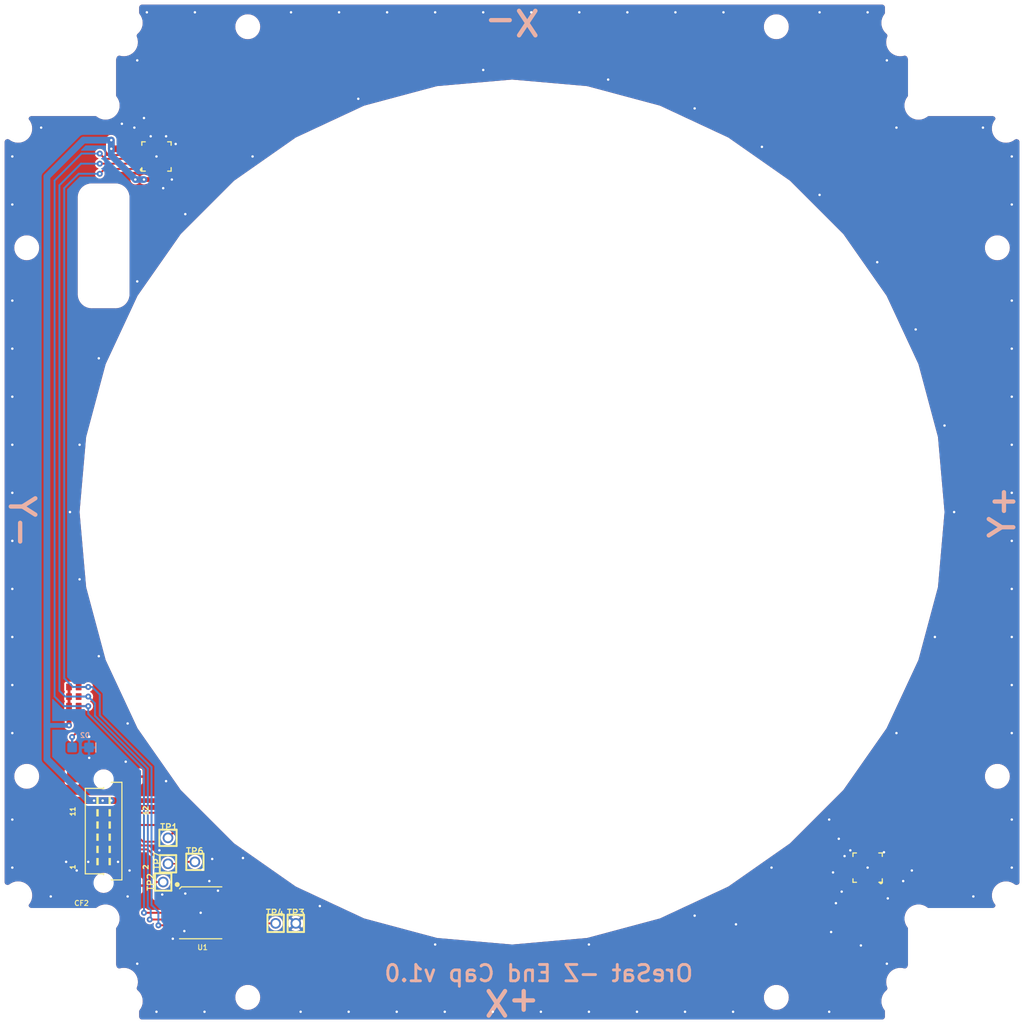
<source format=kicad_pcb>
(kicad_pcb (version 20211014) (generator pcbnew)
  (layers (0 "F.Cu" signal) (31 "B.Cu" signal) (34 "B.Paste" user) (35 "F.Paste" user) (36 "B.SilkS" user "B.Silkscreen") (37 "F.SilkS" user "F.Silkscreen") (38 "B.Mask" user) (39 "F.Mask" user) (44 "Edge.Cuts" user))
  (net 0 "")
  (net 1 "3.3V")
  (net 2 "SDA0")
  (net 3 "SCL0")
  (net 4 "GND")
  (net 5 "N$271")
  (net 6 "~{I2C-RESET}")
  (net 7 "~{INT0}")
  (net 8 "N$2")
  (net 9 "N$5")
  (net 10 "I2C-~{INT}")
  (net 11 "SD1")
  (net 12 "~{INT1}")
  (net 13 "SC1")
  (net 14 "I2C-SDA")
  (net 15 "I2C-SCL")
  (footprint "minusz-end-cap:.0402-B-NOSILK" (layer "F.Cu") (at 121.6011 148.7036)
    (fp_text reference "R3")
    (fp_text value "4.7k")
  )
  (footprint "minusz-end-cap:.0603-B-NOSILK" (layer "F.Cu") (at 111.0011 65.0036 180)
    (fp_text reference "C13")
    (fp_text value "10u")
  )
  (footprint "minusz-end-cap:TSSOP14-0.65-5.4X4.4MM" (layer "F.Cu") (at 116.1011 146.7036 -90)
    (fp_text reference "U1")
    (fp_text value "TCA9543A-PW" hide)
  )
  (footprint "minusz-end-cap:.0603-B-NOSILK" (layer "F.Cu") (at 182.8011 142.6036 -90)
    (fp_text reference "C12")
    (fp_text value "10u")
  )
  (footprint "" (layer "F.Cu") (at 176.0011 155.5036)
    (fp_text reference "@HOLE7" hide)
    (fp_text value "")
  )
  (footprint "" (layer "F.Cu") (at 98.0011 77.5036)
    (fp_text reference "@HOLE2" hide)
    (fp_text value "")
  )
  (footprint "minusz-end-cap:.0402-B-NOSILK" (layer "F.Cu") (at 118.4011 143.4036 180)
    (fp_text reference "C3")
    (fp_text value "100n")
  )
  (footprint "minusz-end-cap:.0603-B-NOSILK" (layer "F.Cu") (at 107.9011 66.4036 90)
    (fp_text reference "C15")
    (fp_text value "4.7u")
  )
  (footprint "minusz-end-cap:.0402-B-NOSILK" (layer "F.Cu") (at 102.9011 123.2036 180)
    (fp_text reference "R4")
    (fp_text value "4.7k")
  )
  (footprint "minusz-end-cap:.0402-B-NOSILK" (layer "F.Cu") (at 121.6011 146.7036)
    (fp_text reference "R7")
    (fp_text value "4.7k")
  )
  (footprint "minusz-end-cap:QLGA-16(3X3)" (layer "F.Cu") (at 111.5011 68.0036 90)
    (fp_text reference "U4")
    (fp_text value "HMC5883L")
  )
  (footprint "minusz-end-cap:HARWIN-M55-70X1242R" (layer "F.Cu") (at 106.0011 138.2036 -90)
    (fp_text reference "CF2")
    (fp_text value "J-HARWIN-M55-70X1242R" hide)
  )
  (footprint "minusz-end-cap:.0402-B-NOSILK" (layer "F.Cu") (at 109.1011 66.7036 90)
    (fp_text reference "C10")
    (fp_text value "100n")
  )
  (footprint "minusz-end-cap:.0402-B-NOSILK" (layer "F.Cu") (at 102.9011 125.2036 180)
    (fp_text reference "R1")
    (fp_text value "4.7k")
  )
  (footprint "minusz-end-cap:QLGA-16(3X3)" (layer "F.Cu") (at 185.5011 142.0036 180)
    (fp_text reference "U3")
    (fp_text value "HMC5883L")
  )
  (footprint "" (layer "F.Cu") (at 176.0011 54.5036)
    (fp_text reference "@HOLE4" hide)
    (fp_text value "")
  )
  (footprint "minusz-end-cap:.0402-B-NOSILK" (layer "F.Cu") (at 102.9011 126.2036 180)
    (fp_text reference "R2")
    (fp_text value "2.7k")
  )
  (footprint "minusz-end-cap:.0402-B-NOSILK" (layer "F.Cu") (at 111.7011 70.4036)
    (fp_text reference "C1")
    (fp_text value "100n")
  )
  (footprint "" (layer "F.Cu") (at 121.0011 54.5036)
    (fp_text reference "@HOLE3" hide)
    (fp_text value "")
  )
  (footprint "minusz-end-cap:2MM-TEST-POINT" (layer "F.Cu") (at 126.0011 147.8036)
    (fp_text reference "TP3")
    (fp_text value "TEST-POINT" hide)
  )
  (footprint "minusz-end-cap:.0402-B-NOSILK" (layer "F.Cu") (at 188.7011 142.2536)
    (fp_text reference "C2")
    (fp_text value "100n")
  )
  (footprint "" (layer "F.Cu") (at 199.0011 132.5036)
    (fp_text reference "@HOLE6" hide)
    (fp_text value "")
  )
  (footprint "" (layer "F.Cu") (at 121.0011 155.5036)
    (fp_text reference "@HOLE0" hide)
    (fp_text value "")
  )
  (footprint "minusz-end-cap:.0402-B-NOSILK" (layer "F.Cu") (at 102.9011 124.2036 180)
    (fp_text reference "R5")
    (fp_text value "4.7k")
  )
  (footprint "minusz-end-cap:.0603-B-NOSILK" (layer "F.Cu") (at 118.1011 142.2036 180)
    (fp_text reference "C4")
    (fp_text value "10u")
  )
  (footprint "minusz-end-cap:2MM-TEST-POINT" (layer "F.Cu") (at 112.7011 138.9036 -90)
    (fp_text reference "TP1")
    (fp_text value "TEST-POINT" hide)
  )
  (footprint "minusz-end-cap:.0402-B-NOSILK" (layer "F.Cu") (at 184.3011 144.5036 180)
    (fp_text reference "C7")
    (fp_text value "100n")
  )
  (footprint "minusz-end-cap:.0402-B-NOSILK" (layer "F.Cu") (at 121.6011 147.7036)
    (fp_text reference "R6")
    (fp_text value "4.7k")
  )
  (footprint "minusz-end-cap:2MM-TEST-POINT" (layer "F.Cu") (at 115.5011 141.4036 -90)
    (fp_text reference "TP6")
    (fp_text value "TEST-POINT" hide)
  )
  (footprint "minusz-end-cap:2MM-TEST-POINT" (layer "F.Cu") (at 112.2011 143.5036)
    (fp_text reference "TP2")
    (fp_text value "TEST-POINT" hide)
  )
  (footprint "minusz-end-cap:2MM-TEST-POINT" (layer "F.Cu") (at 112.7011 141.6036)
    (fp_text reference "TP7")
    (fp_text value "TEST-POINT" hide)
  )
  (footprint "" (layer "F.Cu") (at 199.0011 77.5036)
    (fp_text reference "@HOLE5" hide)
    (fp_text value "")
  )
  (footprint "" (layer "F.Cu") (at 98.0011 132.5036)
    (fp_text reference "@HOLE1" hide)
    (fp_text value "")
  )
  (footprint "minusz-end-cap:.0603-B-NOSILK" (layer "F.Cu") (at 184.0011 145.7036 180)
    (fp_text reference "C19")
    (fp_text value "4.7u")
  )
  (footprint "minusz-end-cap:2MM-TEST-POINT" (layer "F.Cu") (at 123.9011 147.8036)
    (fp_text reference "TP4")
    (fp_text value "TEST-POINT" hide)
  )
  (footprint "minusz-end-cap:LED-0603" (layer "B.Cu") (at 103.6011 129.5036)
    (fp_text reference "D2")
    (fp_text value "GREEN")
  )
  (gr_arc (start 189.8011 148.083602) (mid 189.902281 146.407383) (end 191.578018 146.298519) (layer "Edge.Cuts") (width 0.001))
  (gr_arc (start 98.501099 146.4036) (mid 98.162644 146.271632) (end 98.00285 145.945391) (layer "Edge.Cuts") (width 0.001))
  (gr_arc (start 98.106179 64.326682) (mid 98.001099 66.0036) (end 96.324181 66.108682) (layer "Edge.Cuts") (width 0.001))
  (gr_arc (start 110.0011 158.0036) (mid 109.647547 157.857153) (end 109.5011 157.5036) (layer "Edge.Cuts") (width 0.001))
  (gr_line (start 96.0011 144.0036) (end 96.017518 144.0036) (layer "Edge.Cuts") (width 0.001))
  (gr_arc (start 198.999349 145.945391) (mid 198.839555 146.271632) (end 198.5011 146.4036) (layer "Edge.Cuts") (width 0.001))
  (gr_line (start 109.5011 53.020019) (end 109.5011 52.5036) (layer "Edge.Cuts") (width 0.001))
  (gr_arc (start 109.425288 154.93371) (mid 109.263929 154.67391) (end 109.28405 154.368741) (layer "Edge.Cuts") (width 0.001))
  (gr_arc (start 105.421098 146.303603) (mid 107.097316 146.404783) (end 107.206181 148.080519) (layer "Edge.Cuts") (width 0.001))
  (gr_arc (start 105.117518 63.6036) (mid 105.279602 63.630599) (end 105.424181 63.708682) (layer "Edge.Cuts") (width 0.001))
  (gr_arc (start 109.6011 53.3236) (mid 109.862324 54.234726) (end 109.4211 55.0736) (layer "Edge.Cuts") (width 0.001))
  (gr_arc (start 187.501099 53.020019) (mid 187.474101 53.182103) (end 187.396018 53.326682) (layer "Edge.Cuts") (width 0.001))
  (gr_line (start 103.5011 82.3336) (end 103.5011 72.2736) (layer "Edge.Cuts") (width 0.001))
  (gr_arc (start 96.3311 143.8936) (mid 96.183471 143.974718) (end 96.017518 144.0036) (layer "Edge.Cuts") (width 0.001))
  (gr_arc (start 107.20618 61.926682) (mid 107.128098 61.782103) (end 107.1011 61.620019) (layer "Edge.Cuts") (width 0.001))
  (gr_arc (start 109.501099 156.987182) (mid 109.528098 156.825098) (end 109.606181 156.680519) (layer "Edge.Cuts") (width 0.001))
  (gr_arc (start 191.581099 63.713599) (mid 191.723728 63.633314) (end 191.884681 63.6036) (layer "Edge.Cuts") (width 0.001))
  (gr_arc (start 187.4011 156.6836) (mid 187.476386 156.827062) (end 187.5011 156.987182) (layer "Edge.Cuts") (width 0.001))
  (gr_line (start 187.5011 53.020019) (end 187.5011 52.5036) (layer "Edge.Cuts") (width 0.001))
  (gr_arc (start 187.7211 154.3736) (mid 187.952582 153.05821) (end 189.232368 152.676132) (layer "Edge.Cuts") (width 0.001))
  (gr_arc (start 108.5011 82.3336) (mid 108.129126 83.231626) (end 107.2311 83.6036) (layer "Edge.Cuts") (width 0.001))
  (gr_arc (start 107.206179 61.926682) (mid 107.101099 63.6036) (end 105.424181 63.708682) (layer "Edge.Cuts") (width 0.001))
  (gr_line (start 201.0011 66.0036) (end 200.984681 66.0036) (layer "Edge.Cuts") (width 0.001))
  (gr_arc (start 107.2311 71.0036) (mid 108.129126 71.375574) (end 108.5011 72.2736) (layer "Edge.Cuts") (width 0.001))
  (gr_line (start 95.5011 66.5036) (end 95.5011 143.5036) (layer "Edge.Cuts") (width 0.001))
  (gr_arc (start 105.421099 146.3036) (mid 105.277637 146.378885) (end 105.117518 146.4036) (layer "Edge.Cuts") (width 0.001))
  (gr_arc (start 189.8011 148.0836) (mid 189.876386 148.227062) (end 189.9011 148.387182) (layer "Edge.Cuts") (width 0.001))
  (gr_line (start 108.5011 72.2736) (end 108.5011 82.3336) (layer "Edge.Cuts") (width 0.001))
  (gr_line (start 201.5011 143.5036) (end 201.5011 66.5036) (layer "Edge.Cuts") (width 0.001))
  (gr_arc (start 189.9011 152.0036) (mid 189.880168 152.202511) (end 189.8211 152.3936) (layer "Edge.Cuts") (width 0.001))
  (gr_line (start 201.0011 144.0036) (end 200.984681 144.0036) (layer "Edge.Cuts") (width 0.001))
  (gr_arc (start 107.181098 57.6236) (mid 107.420142 57.365995) (end 107.769831 57.331069) (layer "Edge.Cuts") (width 0.001))
  (gr_line (start 198.5011 63.6036) (end 191.884681 63.6036) (layer "Edge.Cuts") (width 0.001))
  (gr_arc (start 191.581099 63.7136) (mid 189.900471 63.607419) (end 189.796018 61.926682) (layer "Edge.Cuts") (width 0.001))
  (gr_arc (start 109.601099 53.3236) (mid 109.525814 53.180138) (end 109.5011 53.020019) (layer "Edge.Cuts") (width 0.001))
  (gr_line (start 189.9011 148.387182) (end 189.9011 152.0036) (layer "Edge.Cuts") (width 0.001))
  (gr_arc (start 189.231098 57.3336) (mid 189.580943 57.36702) (end 189.8211 57.6236) (layer "Edge.Cuts") (width 0.001))
  (gr_arc (start 103.5011 72.2736) (mid 103.873074 71.375574) (end 104.7711 71.0036) (layer "Edge.Cuts") (width 0.001))
  (gr_arc (start 201.0011 66.0036) (mid 201.354653 66.150047) (end 201.5011 66.5036) (layer "Edge.Cuts") (width 0.001))
  (gr_arc (start 109.281099 55.6336) (mid 109.261157 55.331114) (end 109.4211 55.0736) (layer "Edge.Cuts") (width 0.001))
  (gr_circle (center 148.5011 105.0036) (end 191.0011 105.0036) (layer "Edge.Cuts") (width 0.001) (fill none))
  (gr_arc (start 98.002849 145.945391) (mid 98.035291 145.805455) (end 98.106181 145.680519) (layer "Edge.Cuts") (width 0.001))
  (gr_arc (start 96.017518 66.0036) (mid 96.179602 66.030599) (end 96.324181 66.108682) (layer "Edge.Cuts") (width 0.001))
  (gr_line (start 189.9011 61.620019) (end 189.9011 58.0036) (layer "Edge.Cuts") (width 0.001))
  (gr_line (start 98.5011 146.4036) (end 105.117518 146.4036) (layer "Edge.Cuts") (width 0.001))
  (gr_arc (start 198.501099 63.6036) (mid 198.839555 63.735568) (end 198.99935 64.06181) (layer "Edge.Cuts") (width 0.001))
  (gr_arc (start 200.671099 66.1136) (mid 198.995471 66.003008) (end 198.896018 64.326682) (layer "Edge.Cuts") (width 0.001))
  (gr_arc (start 187.401099 156.683599) (mid 187.137803 155.77337) (end 187.576909 154.93371) (layer "Edge.Cuts") (width 0.001))
  (gr_line (start 198.5011 146.4036) (end 191.884681 146.4036) (layer "Edge.Cuts") (width 0.001))
  (gr_arc (start 191.88468 146.4036) (mid 191.722597 146.376602) (end 191.578018 146.298519) (layer "Edge.Cuts") (width 0.001))
  (gr_arc (start 109.5011 52.5036) (mid 109.647547 52.150047) (end 110.0011 52.0036) (layer "Edge.Cuts") (width 0.001))
  (gr_arc (start 198.999349 64.06181) (mid 198.966907 64.201745) (end 198.896018 64.326682) (layer "Edge.Cuts") (width 0.001))
  (gr_line (start 109.5011 156.987182) (end 109.5011 157.5036) (layer "Edge.Cuts") (width 0.001))
  (gr_line (start 107.2311 83.6036) (end 104.7711 83.6036) (layer "Edge.Cuts") (width 0.001))
  (gr_arc (start 189.8211 57.6236) (mid 189.879679 57.809689) (end 189.9011 58.0036) (layer "Edge.Cuts") (width 0.001))
  (gr_line (start 107.1011 61.620019) (end 107.1011 58.0036) (layer "Edge.Cuts") (width 0.001))
  (gr_line (start 110.0011 158.0036) (end 187.0011 158.0036) (layer "Edge.Cuts") (width 0.001))
  (gr_arc (start 98.002849 64.06181) (mid 98.162644 63.735568) (end 98.5011 63.6036) (layer "Edge.Cuts") (width 0.001))
  (gr_arc (start 189.821099 152.393599) (mid 189.580165 152.646204) (end 189.232368 152.676132) (layer "Edge.Cuts") (width 0.001))
  (gr_line (start 107.1011 148.387182) (end 107.1011 152.0036) (layer "Edge.Cuts") (width 0.001))
  (gr_arc (start 107.1011 58.0036) (mid 107.122521 57.809689) (end 107.1811 57.6236) (layer "Edge.Cuts") (width 0.001))
  (gr_arc (start 201.5011 143.5036) (mid 201.354653 143.857153) (end 201.0011 144.0036) (layer "Edge.Cuts") (width 0.001))
  (gr_arc (start 107.1811 152.3936) (mid 107.122032 152.202511) (end 107.1011 152.0036) (layer "Edge.Cuts") (width 0.001))
  (gr_arc (start 187.576907 55.073491) (mid 187.135879 54.236391) (end 187.396018 53.326682) (layer "Edge.Cuts") (width 0.001))
  (gr_arc (start 98.106181 64.326682) (mid 98.035292 64.201745) (end 98.00285 64.06181) (layer "Edge.Cuts") (width 0.001))
  (gr_arc (start 96.331098 143.893601) (mid 98.006727 144.004192) (end 98.106181 145.680519) (layer "Edge.Cuts") (width 0.001))
  (gr_line (start 104.7711 71.0036) (end 107.2311 71.0036) (layer "Edge.Cuts") (width 0.001))
  (gr_line (start 187.0011 52.0036) (end 110.0011 52.0036) (layer "Edge.Cuts") (width 0.001))
  (gr_arc (start 187.5011 157.5036) (mid 187.354653 157.857153) (end 187.0011 158.0036) (layer "Edge.Cuts") (width 0.001))
  (gr_arc (start 198.896017 145.68052) (mid 199.001099 144.003601) (end 200.678018 143.898519) (layer "Edge.Cuts") (width 0.001))
  (gr_arc (start 107.771099 152.673599) (mid 107.423147 152.645178) (end 107.1811 152.3936) (layer "Edge.Cuts") (width 0.001))
  (gr_arc (start 95.5011 66.5036) (mid 95.647547 66.150047) (end 96.0011 66.0036) (layer "Edge.Cuts") (width 0.001))
  (gr_arc (start 107.771098 152.673602) (mid 109.051007 153.053995) (end 109.28405 154.368741) (layer "Edge.Cuts") (width 0.001))
  (gr_arc (start 189.901099 61.620019) (mid 189.874101 61.782103) (end 189.796018 61.926682) (layer "Edge.Cuts") (width 0.001))
  (gr_line (start 96.0011 66.0036) (end 96.017518 66.0036) (layer "Edge.Cuts") (width 0.001))
  (gr_line (start 187.5011 156.987182) (end 187.5011 157.5036) (layer "Edge.Cuts") (width 0.001))
  (gr_arc (start 187.721099 154.373599) (mid 187.738965 154.676813) (end 187.576909 154.93371) (layer "Edge.Cuts") (width 0.001))
  (gr_arc (start 198.896017 145.680519) (mid 198.966906 145.805456) (end 198.99935 145.945391) (layer "Edge.Cuts") (width 0.001))
  (gr_arc (start 109.281098 55.6336) (mid 109.049617 56.948991) (end 107.769831 57.331069) (layer "Edge.Cuts") (width 0.001))
  (gr_arc (start 200.671099 66.113599) (mid 200.818728 66.032481) (end 200.984681 66.0036) (layer "Edge.Cuts") (width 0.001))
  (gr_arc (start 109.425289 154.93371) (mid 109.866318 155.77081) (end 109.606181 156.680519) (layer "Edge.Cuts") (width 0.001))
  (gr_arc (start 189.2311 57.3336) (mid 187.951192 56.953206) (end 187.71815 55.63846) (layer "Edge.Cuts") (width 0.001))
  (gr_arc (start 200.98468 144.0036) (mid 200.822597 143.976602) (end 200.678018 143.898519) (layer "Edge.Cuts") (width 0.001))
  (gr_arc (start 104.7711 83.6036) (mid 103.873074 83.231626) (end 103.5011 82.3336) (layer "Edge.Cuts") (width 0.001))
  (gr_line (start 98.5011 63.6036) (end 105.117518 63.6036) (layer "Edge.Cuts") (width 0.001))
  (gr_arc (start 187.0011 52.0036) (mid 187.354653 52.150047) (end 187.5011 52.5036) (layer "Edge.Cuts") (width 0.001))
  (gr_arc (start 107.101099 148.387182) (mid 107.128098 148.225098) (end 107.206181 148.080519) (layer "Edge.Cuts") (width 0.001))
  (gr_arc (start 96.0011 144.0036) (mid 95.647547 143.857153) (end 95.5011 143.5036) (layer "Edge.Cuts") (width 0.001))
  (gr_arc (start 187.576907 55.073491) (mid 187.738269 55.33329) (end 187.71815 55.63846) (layer "Edge.Cuts") (width 0.001))
  (gr_text "OreSat -Z End Cap v1.0" (at 167.5011 154.0036) (layer "B.SilkS") (effects (font (size 1.7 1.7) (thickness 0.3)) (justify left bottom mirror)))
  (gr_text "-X" (at 148.5011 54.0036 -180) (layer "B.SilkS") (effects (font (size 2.55 2.55) (thickness 0.45)) (justify mirror)))
  (gr_text "+Y" (at 199.5011 105.0036 -270) (layer "B.SilkS") (effects (font (size 2.55 2.55) (thickness 0.45)) (justify mirror)))
  (gr_text "+X" (at 148.5011 156.0036 180) (layer "B.SilkS") (effects (font (size 2.55 2.55) (thickness 0.45))))
  (gr_text "-Y" (at 97.5011 106.0036 -90) (layer "B.SilkS") (effects (font (size 2.55 2.55) (thickness 0.45)) (justify mirror)))
  (segment (start 188.2011 142.2536) (end 188.2011 140.3036) (width 0.5) (layer "F.Cu") (net 1))
  (segment (start 176.5011 151.0036) (end 180.2011 147.3036) (width 0.5) (layer "F.Cu") (net 1))
  (segment (start 184.7511 143.2786) (end 184.7511 144.4536) (width 0.3) (layer "F.Cu") (net 1))
  (segment (start 102.4011 126.2036) (end 102.4011 125.2036) (width 0.3) (layer "F.Cu") (net 1))
  (segment (start 106.8011 66.3036) (end 106.8011 67.2036) (width 0.7) (layer "F.Cu") (net 1))
  (segment (start 188.2011 140.3036) (end 187.3011 139.4036) (width 0.5) (layer "F.Cu") (net 1))
  (segment (start 110.2261 67.2536) (end 109.1511 67.2536) (width 0.3) (layer "F.Cu") (net 1))
  (segment (start 186.7761 142.2536) (end 188.2011 142.2536) (width 0.3) (layer "F.Cu") (net 1))
  (segment (start 184.8011 145.7036) (end 184.8011 146.4036) (width 0.5) (layer "F.Cu") (net 1))
  (segment (start 122.2011 149.5536) (end 122.2011 148.8036) (width 0.5) (layer "F.Cu") (net 1))
  (segment (start 180.2011 142.6036) (end 180.2011 147.3036) (width 0.5) (layer "F.Cu") (net 1))
  (segment (start 180.2011 147.3036) (end 183.9011 147.3036) (width 0.5) (layer "F.Cu") (net 1))
  (segment (start 118.9011 143.4036) (end 118.9011 142.2036) (width 0.5) (layer "F.Cu") (net 1))
  (segment (start 184.8011 146.4036) (end 183.9011 147.3036) (width 0.5) (layer "F.Cu") (net 1))
  (segment (start 111.2011 70.4036) (end 110.2011 70.4036) (width 0.5) (layer "F.Cu") (net 1))
  (segment (start 119.4011 143.4036) (end 118.9011 143.4036) (width 0.5) (layer "F.Cu") (net 1))
  (segment (start 118.9611 144.7536) (end 118.9011 144.6936) (width 0.3) (layer "F.Cu") (net 1))
  (segment (start 102.4011 124.2036) (end 102.4011 123.2036) (width 0.3) (layer "F.Cu") (net 1))
  (segment (start 103.2511 135.0286) (end 105.0011 135.0286) (width 0.7) (layer "F.Cu") (net 1))
  (segment (start 184.8011 144.5036) (end 184.8011 145.7036) (width 0.5) (layer "F.Cu") (net 1))
  (segment (start 118.9011 144.6936) (end 118.9011 143.4036) (width 0.3) (layer "F.Cu") (net 1))
  (segment (start 122.1011 146.1036) (end 119.4011 143.4036) (width 0.5) (layer "F.Cu") (net 1))
  (segment (start 111.2511 70.3536) (end 111.2011 70.4036) (width 0.3) (layer "F.Cu") (net 1))
  (segment (start 108.7511 135.0286) (end 112.3261 135.0286) (width 0.5) (layer "F.Cu") (net 1))
  (segment (start 112.3261 135.0286) (end 118.9011 141.6036) (width 0.5) (layer "F.Cu") (net 1))
  (segment (start 106.8011 67.2036) (end 107.9011 67.2036) (width 0.7) (layer "F.Cu") (net 1))
  (segment (start 102.4011 125.2036) (end 102.4011 124.2036) (width 0.3) (layer "F.Cu") (net 1))
  (segment (start 122.1011 148.7036) (end 122.1011 147.7036) (width 0.5) (layer "F.Cu") (net 1))
  (segment (start 187.3011 139.4036) (end 183.4011 139.4036) (width 0.5) (layer "F.Cu") (net 1))
  (segment (start 183.4011 139.4036) (end 180.2011 142.6036) (width 0.5) (layer "F.Cu") (net 1))
  (segment (start 106.8011 135.0286) (end 108.7511 135.0286) (width 0.7) (layer "F.Cu") (net 1))
  (segment (start 123.9011 147.8036) (end 122.2011 147.8036) (width 0.2) (layer "F.Cu") (net 1))
  (segment (start 105.0511 135.0286) (end 106.8011 135.0286) (width 0.7) (layer "F.Cu") (net 1))
  (segment (start 109.1511 67.2536) (end 109.1011 67.2036) (width 0.3) (layer "F.Cu") (net 1))
  (segment (start 122.1011 146.7036) (end 122.1011 146.1036) (width 0.5) (layer "F.Cu") (net 1))
  (segment (start 123.6511 151.0036) (end 176.5011 151.0036) (width 0.5) (layer "F.Cu") (net 1))
  (segment (start 118.9011 141.6036) (end 118.9011 142.2036) (width 0.5) (layer "F.Cu") (net 1))
  (segment (start 122.1011 147.7036) (end 122.1011 146.7036) (width 0.5) (layer "F.Cu") (net 1))
  (segment (start 107.9011 67.2036) (end 109.1011 67.2036) (width 0.5) (layer "F.Cu") (net 1))
  (segment (start 122.2011 149.5536) (end 123.6511 151.0036) (width 0.5) (layer "F.Cu") (net 1))
  (segment (start 184.7511 144.4536) (end 184.8011 144.5036) (width 0.3) (layer "F.Cu") (net 1))
  (segment (start 122.2011 148.8036) (end 122.1011 148.7036) (width 0.5) (layer "F.Cu") (net 1))
  (segment (start 111.2511 69.2786) (end 111.2511 70.3536) (width 0.3) (layer "F.Cu") (net 1))
  (segment (start 102.4011 127.2036) (end 102.4011 126.2036) (width 0.5) (layer "F.Cu") (net 1))
  (segment (start 122.2011 147.8036) (end 122.1011 147.7036) (width 0.2) (layer "F.Cu") (net 1))
  (via (at 106.8011 135.0286) (size 0.6096) (drill 0.254) (layers "F.Cu" "B.Cu") (net 1))
  (via (at 106.8011 66.3036) (size 0.6096) (drill 0.254) (layers "F.Cu" "B.Cu") (net 1))
  (via (at 102.4011 127.2036) (size 0.6096) (drill 0.254) (layers "F.Cu" "B.Cu") (net 1))
  (via (at 105.0011 135.0286) (size 0.6096) (drill 0.254) (layers "F.Cu" "B.Cu") (net 1))
  (via (at 110.2011 70.4036) (size 0.6096) (drill 0.254) (layers "F.Cu" "B.Cu") (net 1))
  (via (at 109.3011 70.4036) (size 0.6096) (drill 0.254) (layers "F.Cu" "B.Cu") (net 1))
  (via (at 106.8011 67.2036) (size 0.6096) (drill 0.254) (layers "F.Cu" "B.Cu") (net 1))
  (via (at 105.9011 135.0286) (size 0.6096) (drill 0.254) (layers "F.Cu" "B.Cu") (net 1))
  (segment (start 106.8011 135.0286) (end 105.9011 135.0286) (width 0.7) (layer "B.Cu") (net 1))
  (segment (start 103.9011 66.3036) (end 106.8011 66.3036) (width 0.7) (layer "B.Cu") (net 1))
  (segment (start 100.1011 70.1036) (end 103.9011 66.3036) (width 0.7) (layer "B.Cu") (net 1))
  (segment (start 110.2011 70.4036) (end 109.3011 70.4036) (width 0.7) (layer "B.Cu") (net 1))
  (segment (start 105.0011 135.0286) (end 105.9011 135.0286) (width 0.7) (layer "B.Cu") (net 1))
  (segment (start 100.1011 127.2036) (end 100.1011 70.1036) (width 0.7) (layer "B.Cu") (net 1))
  (segment (start 106.8011 67.2036) (end 106.8011 66.3036) (width 0.7) (layer "B.Cu") (net 1))
  (segment (start 104.4261 135.0286) (end 100.1011 130.7036) (width 0.7) (layer "B.Cu") (net 1))
  (segment (start 105.0011 135.0286) (end 104.4261 135.0286) (width 0.7) (layer "B.Cu") (net 1))
  (segment (start 106.8011 67.9036) (end 106.8011 67.2036) (width 0.7) (layer "B.Cu") (net 1))
  (segment (start 100.1011 127.2036) (end 102.4011 127.2036) (width 0.5) (layer "B.Cu") (net 1))
  (segment (start 109.3011 70.4036) (end 106.8011 67.9036) (width 0.7) (layer "B.Cu") (net 1))
  (segment (start 100.1011 127.2036) (end 100.1011 130.7036) (width 0.7) (layer "B.Cu") (net 1))
  (segment (start 105.6011 68.7536) (end 110.2261 68.7536) (width 0.2) (layer "F.Cu") (net 2))
  (segment (start 110.8011 147.4036) (end 112.2011 147.4036) (width 0.2) (layer "F.Cu") (net 2))
  (segment (start 112.2011 147.4036) (end 112.2511 147.3536) (width 0.2) (layer "F.Cu") (net 2))
  (segment (start 104.4011 124.2036) (end 103.4011 124.2036) (width 0.2) (layer "F.Cu") (net 2))
  (segment (start 112.2511 147.3536) (end 113.2411 147.3536) (width 0.2) (layer "F.Cu") (net 2))
  (via (at 110.8011 147.4036) (size 0.6096) (drill 0.254) (layers "F.Cu" "B.Cu") (net 2))
  (via (at 105.6011 68.7536) (size 0.6096) (drill 0.254) (layers "F.Cu" "B.Cu") (net 2))
  (via (at 104.4011 124.2036) (size 0.6096) (drill 0.254) (layers "F.Cu" "B.Cu") (net 2))
  (segment (start 105.1011 124.9036) (end 105.1011 126.2036) (width 0.2) (layer "B.Cu") (net 2))
  (segment (start 105.1011 126.2036) (end 110.6011 131.7036) (width 0.2) (layer "B.Cu") (net 2))
  (segment (start 101.4011 71.0036) (end 101.4011 123.6036) (width 0.2) (layer "B.Cu") (net 2))
  (segment (start 110.6011 131.7036) (end 110.6011 146.1036) (width 0.2) (layer "B.Cu") (net 2))
  (segment (start 104.4011 124.2036) (end 102.0011 124.2036) (width 0.2) (layer "B.Cu") (net 2))
  (segment (start 101.4011 123.6036) (end 102.0011 124.2036) (width 0.2) (layer "B.Cu") (net 2))
  (segment (start 103.6511 68.7536) (end 101.4011 71.0036) (width 0.2) (layer "B.Cu") (net 2))
  (segment (start 104.4011 124.2036) (end 105.1011 124.9036) (width 0.2) (layer "B.Cu") (net 2))
  (segment (start 110.6011 146.1036) (end 110.9011 146.4036) (width 0.2) (layer "B.Cu") (net 2))
  (segment (start 105.6011 68.7536) (end 103.6511 68.7536) (width 0.2) (layer "B.Cu") (net 2))
  (segment (start 110.9011 146.4036) (end 110.9011 147.3036) (width 0.2) (layer "B.Cu") (net 2))
  (segment (start 110.9011 147.3036) (end 110.8011 147.4036) (width 0.2) (layer "B.Cu") (net 2))
  (segment (start 111.7063 148.0036) (end 111.7011 148.0088) (width 0.2) (layer "F.Cu") (net 3))
  (segment (start 113.2411 148.0036) (end 111.7063 148.0036) (width 0.2) (layer "F.Cu") (net 3))
  (segment (start 105.6011 69.8036) (end 106.1011 69.3036) (width 0.2) (layer "F.Cu") (net 3))
  (segment (start 109.5261 69.2786) (end 109.5011 69.3036) (width 0.2) (layer "F.Cu") (net 3))
  (segment (start 104.4011 123.2036) (end 103.4011 123.2036) (width 0.2) (layer "F.Cu") (net 3))
  (segment (start 110.7511 69.2786) (end 109.5261 69.2786) (width 0.2) (layer "F.Cu") (net 3))
  (segment (start 109.5011 69.3036) (end 106.1011 69.3036) (width 0.2) (layer "F.Cu") (net 3))
  (via (at 111.7011 148.0088) (size 0.6096) (drill 0.254) (layers "F.Cu" "B.Cu") (net 3))
  (via (at 104.4011 123.2036) (size 0.6096) (drill 0.254) (layers "F.Cu" "B.Cu") (net 3))
  (via (at 105.6011 69.8036) (size 0.6096) (drill 0.254) (layers "F.Cu" "B.Cu") (net 3))
  (segment (start 103.4011 69.8036) (end 101.9011 71.3036) (width 0.2) (layer "B.Cu") (net 3))
  (segment (start 105.6011 126.163807) (end 110.985371 131.548079) (width 0.2) (layer "B.Cu") (net 3))
  (segment (start 104.4011 123.2036) (end 104.8011 123.2036) (width 0.2) (layer "B.Cu") (net 3))
  (segment (start 110.985371 131.548079) (end 110.985371 145.887872) (width 0.2) (layer "B.Cu") (net 3))
  (segment (start 105.6011 69.8036) (end 103.4011 69.8036) (width 0.2) (layer "B.Cu") (net 3))
  (segment (start 105.6011 124.0036) (end 105.6011 126.163807) (width 0.2) (layer "B.Cu") (net 3))
  (segment (start 104.4011 123.2036) (end 102.8011 123.2036) (width 0.2) (layer "B.Cu") (net 3))
  (segment (start 111.7011 146.6036) (end 111.7011 148.0088) (width 0.2) (layer "B.Cu") (net 3))
  (segment (start 101.9011 122.3036) (end 102.8011 123.2036) (width 0.2) (layer "B.Cu") (net 3))
  (segment (start 104.8011 123.2036) (end 105.6011 124.0036) (width 0.2) (layer "B.Cu") (net 3))
  (segment (start 101.9011 71.3036) (end 101.9011 122.3036) (width 0.2) (layer "B.Cu") (net 3))
  (segment (start 110.985371 145.887872) (end 111.7011 146.6036) (width 0.2) (layer "B.Cu") (net 3))
  (via (at 111.5011 68.0036) (size 0.6096) (drill 0.254) (layers "F.Cu" "B.Cu") (net 4))
  (via (at 200.5011 83.0036) (size 0.6096) (drill 0.254) (layers "F.Cu" "B.Cu") (net 4))
  (via (at 96.5011 93.0036) (size 0.6096) (drill 0.254) (layers "F.Cu" "B.Cu") (net 4))
  (via (at 192.5011 118.0036) (size 0.6096) (drill 0.254) (layers "F.Cu" "B.Cu") (net 4))
  (via (at 114.4011 148.6036) (size 0.6096) (drill 0.254) (layers "F.Cu" "B.Cu") (net 4))
  (via (at 183.1011 140.8036) (size 0.6096) (drill 0.254) (layers "F.Cu" "B.Cu") (net 4))
  (via (at 160.5011 53.0036) (size 0.6096) (drill 0.254) (layers "F.Cu" "B.Cu") (net 4))
  (via (at 181.5011 137.0036) (size 0.6096) (drill 0.254) (layers "F.Cu" "B.Cu") (net 4))
  (via (at 200.5011 108.0036) (size 0.6096) (drill 0.254) (layers "F.Cu" "B.Cu") (net 4))
  (via (at 117.0011 143.4036) (size 0.6096) (drill 0.254) (layers "F.Cu" "B.Cu") (net 4))
  (via (at 113.5011 66.7036) (size 0.6096) (drill 0.254) (layers "F.Cu" "B.Cu") (net 4))
  (via (at 182.5011 139.0036) (size 0.6096) (drill 0.254) (layers "F.Cu" "B.Cu") (net 4))
  (via (at 108.5011 127.0036) (size 0.6096) (drill 0.254) (layers "F.Cu" "B.Cu") (net 4))
  (via (at 188.5011 65.0036) (size 0.6096) (drill 0.254) (layers "F.Cu" "B.Cu") (net 4))
  (via (at 196.5011 145.0036) (size 0.6096) (drill 0.254) (layers "F.Cu" "B.Cu") (net 4))
  (via (at 136.5011 157.0036) (size 0.6096) (drill 0.254) (layers "F.Cu" "B.Cu") (net 4))
  (via (at 96.5011 83.0036) (size 0.6096) (drill 0.254) (layers "F.Cu" "B.Cu") (net 4))
  (via (at 184.8011 150.1036) (size 0.6096) (drill 0.254) (layers "F.Cu" "B.Cu") (net 4))
  (via (at 180.5011 53.0036) (size 0.6096) (drill 0.254) (layers "F.Cu" "B.Cu") (net 4))
  (via (at 150.5011 53.0036) (size 0.6096) (drill 0.254) (layers "F.Cu" "B.Cu") (net 4))
  (via (at 174.5011 67.0036) (size 0.6096) (drill 0.254) (layers "F.Cu" "B.Cu") (net 4))
  (via (at 185.5011 53.0036) (size 0.6096) (drill 0.254) (layers "F.Cu" "B.Cu") (net 4))
  (via (at 96.5011 88.0036) (size 0.6096) (drill 0.254) (layers "F.Cu" "B.Cu") (net 4))
  (via (at 109.5011 81.0036) (size 0.6096) (drill 0.254) (layers "F.Cu" "B.Cu") (net 4))
  (via (at 200.5011 88.0036) (size 0.6096) (drill 0.254) (layers "F.Cu" "B.Cu") (net 4))
  (via (at 104.5011 130.5836) (size 0.6096) (drill 0.254) (layers "F.Cu" "B.Cu") (net 4))
  (via (at 107.5011 141.4036) (size 0.6096) (drill 0.254) (layers "F.Cu" "B.Cu") (net 4))
  (via (at 128.5011 146.0036) (size 0.6096) (drill 0.254) (layers "F.Cu" "B.Cu") (net 4))
  (via (at 109.5011 152.0036) (size 0.6096) (drill 0.254) (layers "F.Cu" "B.Cu") (net 4))
  (via (at 200.5011 118.0036) (size 0.6096) (drill 0.254) (layers "F.Cu" "B.Cu") (net 4))
  (via (at 96.5011 108.0036) (size 0.6096) (drill 0.254) (layers "F.Cu" "B.Cu") (net 4))
  (via (at 132.5011 62.0036) (size 0.6096) (drill 0.254) (layers "F.Cu" "B.Cu") (net 4))
  (via (at 103.5011 98.0036) (size 0.6096) (drill 0.254) (layers "F.Cu" "B.Cu") (net 4))
  (via (at 200.5011 137.0036) (size 0.6096) (drill 0.254) (layers "F.Cu" "B.Cu") (net 4))
  (via (at 187.6011 145.2036) (size 0.6096) (drill 0.254) (layers "F.Cu" "B.Cu") (net 4))
  (via (at 175.5011 142.0036) (size 0.6096) (drill 0.254) (layers "F.Cu" "B.Cu") (net 4))
  (via (at 113.1011 70.4036) (size 0.6096) (drill 0.254) (layers "F.Cu" "B.Cu") (net 4))
  (via (at 171.8011 147.9036) (size 0.6096) (drill 0.254) (layers "F.Cu" "B.Cu") (net 4))
  (via (at 187.5011 152.0036) (size 0.6096) (drill 0.254) (layers "F.Cu" "B.Cu") (net 4))
  (via (at 187.2011 140.4036) (size 0.6096) (drill 0.254) (layers "F.Cu" "B.Cu") (net 4))
  (via (at 112.5011 65.9036) (size 0.6096) (drill 0.254) (layers "F.Cu" "B.Cu") (net 4))
  (via (at 102.1011 141.4036) (size 0.6096) (drill 0.254) (layers "F.Cu" "B.Cu") (net 4))
  (via (at 193.5011 96.0036) (size 0.6096) (drill 0.254) (layers "F.Cu" "B.Cu") (net 4))
  (via (at 145.5011 59.0036) (size 0.6096) (drill 0.254) (layers "F.Cu" "B.Cu") (net 4))
  (via (at 103.2011 142.3036) (size 0.6096) (drill 0.254) (layers "F.Cu" "B.Cu") (net 4))
  (via (at 180.5011 72.0036) (size 0.6096) (drill 0.254) (layers "F.Cu" "B.Cu") (net 4))
  (via (at 104.5011 128.3836) (size 0.6096) (drill 0.254) (layers "F.Cu" "B.Cu") (net 4))
  (via (at 114.5011 74.0036) (size 0.6096) (drill 0.254) (layers "F.Cu" "B.Cu") (net 4))
  (via (at 125.5011 53.0036) (size 0.6096) (drill 0.254) (layers "F.Cu" "B.Cu") (net 4))
  (via (at 117.9011 144.4036) (size 0.6096) (drill 0.254) (layers "F.Cu" "B.Cu") (net 4))
  (via (at 151.5011 157.0036) (size 0.6096) (drill 0.254) (layers "F.Cu" "B.Cu") (net 4))
  (via (at 183.7011 140.2036) (size 0.6096) (drill 0.254) (layers "F.Cu" "B.Cu") (net 4))
  (via (at 112.1011 144.8036) (size 0.6096) (drill 0.254) (layers "F.Cu" "B.Cu") (net 4))
  (via (at 181.7011 148.7036) (size 0.6096) (drill 0.254) (layers "F.Cu" "B.Cu") (net 4))
  (via (at 126.5011 157.0036) (size 0.6096) (drill 0.254) (layers "F.Cu" "B.Cu") (net 4))
  (via (at 189.2011 143.4036) (size 0.6096) (drill 0.254) (layers "F.Cu" "B.Cu") (net 4))
  (via (at 107.9011 64.6036) (size 0.6096) (drill 0.254) (layers "F.Cu" "B.Cu") (net 4))
  (via (at 102.5011 105.0036) (size 0.6096) (drill 0.254) (layers "F.Cu" "B.Cu") (net 4))
  (via (at 165.5011 53.0036) (size 0.6096) (drill 0.254) (layers "F.Cu" "B.Cu") (net 4))
  (via (at 96.5011 128.0036) (size 0.6096) (drill 0.254) (layers "F.Cu" "B.Cu") (net 4))
  (via (at 200.5011 103.0036) (size 0.6096) (drill 0.254) (layers "F.Cu" "B.Cu") (net 4))
  (via (at 113.2011 149.4036) (size 0.6096) (drill 0.254) (layers "F.Cu" "B.Cu") (net 4))
  (via (at 166.5011 157.0036) (size 0.6096) (drill 0.254) (layers "F.Cu" "B.Cu") (net 4))
  (via (at 156.5011 157.0036) (size 0.6096) (drill 0.254) (layers "F.Cu" "B.Cu") (net 4))
  (via (at 158.5011 60.0036) (size 0.6096) (drill 0.254) (layers "F.Cu" "B.Cu") (net 4))
  (via (at 105.5011 89.0036) (size 0.6096) (drill 0.254) (layers "F.Cu" "B.Cu") (net 4))
  (via (at 96.5011 73.0036) (size 0.6096) (drill 0.254) (layers "F.Cu" "B.Cu") (net 4))
  (via (at 187.5011 58.0036) (size 0.6096) (drill 0.254) (layers "F.Cu" "B.Cu") (net 4))
  (via (at 96.5011 113.0036) (size 0.6096) (drill 0.254) (layers "F.Cu" "B.Cu") (net 4))
  (via (at 109.5011 58.0036) (size 0.6096) (drill 0.254) (layers "F.Cu" "B.Cu") (net 4))
  (via (at 188.5011 128.0036) (size 0.6096) (drill 0.254) (layers "F.Cu" "B.Cu") (net 4))
  (via (at 117.3011 141.1036) (size 0.6096) (drill 0.254) (layers "F.Cu" "B.Cu") (net 4))
  (via (at 115.5011 53.0036) (size 0.6096) (drill 0.254) (layers "F.Cu" "B.Cu") (net 4))
  (via (at 190.5011 86.0036) (size 0.6096) (drill 0.254) (layers "F.Cu" "B.Cu") (net 4))
  (via (at 171.5011 157.0036) (size 0.6096) (drill 0.254) (layers "F.Cu" "B.Cu") (net 4))
  (via (at 146.5011 157.0036) (size 0.6096) (drill 0.254) (layers "F.Cu" "B.Cu") (net 4))
  (via (at 167.5011 63.0036) (size 0.6096) (drill 0.254) (layers "F.Cu" "B.Cu") (net 4))
  (via (at 120.5011 141.0036) (size 0.6096) (drill 0.254) (layers "F.Cu" "B.Cu") (net 4))
  (via (at 161.5011 157.0036) (size 0.6096) (drill 0.254) (layers "F.Cu" "B.Cu") (net 4))
  (via (at 140.5011 53.0036) (size 0.6096) (drill 0.254) (layers "F.Cu" "B.Cu") (net 4))
  (via (at 105.5011 120.0036) (size 0.6096) (drill 0.254) (layers "F.Cu" "B.Cu") (net 4))
  (via (at 194.5011 105.0036) (size 0.6096) (drill 0.254) (layers "F.Cu" "B.Cu") (net 4))
  (via (at 96.5011 98.0036) (size 0.6096) (drill 0.254) (layers "F.Cu" "B.Cu") (net 4))
  (via (at 96.5011 68.0036) (size 0.6096) (drill 0.254) (layers "F.Cu" "B.Cu") (net 4))
  (via (at 167.5011 147.0036) (size 0.6096) (drill 0.254) (layers "F.Cu" "B.Cu") (net 4))
  (via (at 103.5011 112.0036) (size 0.6096) (drill 0.254) (layers "F.Cu" "B.Cu") (net 4))
  (via (at 182.8011 144.5036) (size 0.6096) (drill 0.254) (layers "F.Cu" "B.Cu") (net 4))
  (via (at 96.5011 137.0036) (size 0.6096) (drill 0.254) (layers "F.Cu" "B.Cu") (net 4))
  (via (at 109.2011 65.0036) (size 0.6096) (drill 0.254) (layers "F.Cu" "B.Cu") (net 4))
  (via (at 182.2011 145.7036) (size 0.6096) (drill 0.254) (layers "F.Cu" "B.Cu") (net 4))
  (via (at 112.2011 71.3036) (size 0.6096) (drill 0.254) (layers "F.Cu" "B.Cu") (net 4))
  (via (at 135.5011 53.0036) (size 0.6096) (drill 0.254) (layers "F.Cu" "B.Cu") (net 4))
  (via (at 145.5011 53.0036) (size 0.6096) (drill 0.254) (layers "F.Cu" "B.Cu") (net 4))
  (via (at 96.5011 123.0036) (size 0.6096) (drill 0.254) (layers "F.Cu" "B.Cu") (net 4))
  (via (at 186.5011 79.0036) (size 0.6096) (drill 0.254) (layers "F.Cu" "B.Cu") (net 4))
  (via (at 96.5011 118.0036) (size 0.6096) (drill 0.254) (layers "F.Cu" "B.Cu") (net 4))
  (via (at 114.5011 144.7036) (size 0.6096) (drill 0.254) (layers "F.Cu" "B.Cu") (net 4))
  (via (at 181.9011 142.5036) (size 0.6096) (drill 0.254) (layers "F.Cu" "B.Cu") (net 4))
  (via (at 121.5011 68.0036) (size 0.6096) (drill 0.254) (layers "F.Cu" "B.Cu") (net 4))
  (via (at 108.3011 130.9836) (size 0.6096) (drill 0.254) (layers "F.Cu" "B.Cu") (net 4))
  (via (at 104.4011 141.4036) (size 0.6096) (drill 0.254) (layers "F.Cu" "B.Cu") (net 4))
  (via (at 200.5011 73.0036) (size 0.6096) (drill 0.254) (layers "F.Cu" "B.Cu") (net 4))
  (via (at 200.5011 68.0036) (size 0.6096) (drill 0.254) (layers "F.Cu" "B.Cu") (net 4))
  (via (at 200.5011 93.0036) (size 0.6096) (drill 0.254) (layers "F.Cu" "B.Cu") (net 4))
  (via (at 200.5011 128.0036) (size 0.6096) (drill 0.254) (layers "F.Cu" "B.Cu") (net 4))
  (via (at 108.5011 145.0036) (size 0.6096) (drill 0.254) (layers "F.Cu" "B.Cu") (net 4))
  (via (at 110.5011 53.0036) (size 0.6096) (drill 0.254) (layers "F.Cu" "B.Cu") (net 4))
  (via (at 181.5011 157.0036) (size 0.6096) (drill 0.254) (layers "F.Cu" "B.Cu") (net 4))
  (via (at 108.7011 142.3036) (size 0.6096) (drill 0.254) (layers "F.Cu" "B.Cu") (net 4))
  (via (at 140.5011 150.0036) (size 0.6096) (drill 0.254) (layers "F.Cu" "B.Cu") (net 4))
  (via (at 197.5011 65.0036) (size 0.6096) (drill 0.254) (layers "F.Cu" "B.Cu") (net 4))
  (via (at 111.5011 157.0036) (size 0.6096) (drill 0.254) (layers "F.Cu" "B.Cu") (net 4))
  (via (at 110.2011 64.0036) (size 0.6096) (drill 0.254) (layers "F.Cu" "B.Cu") (net 4))
  (via (at 116.1011 146.7036) (size 0.6096) (drill 0.254) (layers "F.Cu" "B.Cu") (net 4))
  (via (at 116.5011 157.0036) (size 0.6096) (drill 0.254) (layers "F.Cu" "B.Cu") (net 4))
  (via (at 200.5011 123.0036) (size 0.6096) (drill 0.254) (layers "F.Cu" "B.Cu") (net 4))
  (via (at 200.5011 98.0036) (size 0.6096) (drill 0.254) (layers "F.Cu" "B.Cu") (net 4))
  (via (at 116.3011 142.2036) (size 0.6096) (drill 0.254) (layers "F.Cu" "B.Cu") (net 4))
  (via (at 130.5011 53.0036) (size 0.6096) (drill 0.254) (layers "F.Cu" "B.Cu") (net 4))
  (via (at 185.5011 142.0036) (size 0.6096) (drill 0.254) (layers "F.Cu" "B.Cu") (net 4))
  (via (at 131.5011 157.0036) (size 0.6096) (drill 0.254) (layers "F.Cu" "B.Cu") (net 4))
  (via (at 190.1011 142.3036) (size 0.6096) (drill 0.254) (layers "F.Cu" "B.Cu") (net 4))
  (via (at 110.9011 65.9036) (size 0.6096) (drill 0.254) (layers "F.Cu" "B.Cu") (net 4))
  (via (at 156.5011 150.0036) (size 0.6096) (drill 0.254) (layers "F.Cu" "B.Cu") (net 4))
  (via (at 96.5011 103.0036) (size 0.6096) (drill 0.254) (layers "F.Cu" "B.Cu") (net 4))
  (via (at 111.8011 140.2036) (size 0.6096) (drill 0.254) (layers "F.Cu" "B.Cu") (net 4))
  (via (at 155.5011 53.0036) (size 0.6096) (drill 0.254) (layers "F.Cu" "B.Cu") (net 4))
  (via (at 200.5011 142.0036) (size 0.6096) (drill 0.254) (layers "F.Cu" "B.Cu") (net 4))
  (via (at 141.5011 157.0036) (size 0.6096) (drill 0.254) (layers "F.Cu" "B.Cu") (net 4))
  (via (at 170.5011 53.0036) (size 0.6096) (drill 0.254) (layers "F.Cu" "B.Cu") (net 4))
  (via (at 112.5011 133.0036) (size 0.6096) (drill 0.254) (layers "F.Cu" "B.Cu") (net 4))
  (via (at 99.5011 65.0036) (size 0.6096) (drill 0.254) (layers "F.Cu" "B.Cu") (net 4))
  (via (at 96.5011 142.0036) (size 0.6096) (drill 0.254) (layers "F.Cu" "B.Cu") (net 4))
  (via (at 100.5011 145.0036) (size 0.6096) (drill 0.254) (layers "F.Cu" "B.Cu") (net 4))
  (via (at 200.5011 113.0036) (size 0.6096) (drill 0.254) (layers "F.Cu" "B.Cu") (net 4))
  (segment (start 103.4011 127.7355) (end 103.4011 126.2036) (width 0.2) (layer "F.Cu") (net 5))
  (segment (start 102.7241 128.4125) (end 103.4011 127.7355) (width 0.2) (layer "F.Cu") (net 5))
  (via (at 102.7241 128.4125) (size 0.6096) (drill 0.254) (layers "F.Cu" "B.Cu") (net 5))
  (segment (start 102.7241 128.4125) (end 102.7241 129.5036) (width 0.25) (layer "B.Cu") (net 5))
  (segment (start 108.7511 140.1086) (end 110.6061 140.1086) (width 0.2) (layer "F.Cu") (net 6))
  (segment (start 111.4011 145.1036) (end 112.3511 146.0536) (width 0.2) (layer "F.Cu") (net 6))
  (segment (start 111.4011 140.9036) (end 111.4011 143.5036) (width 0.2) (layer "F.Cu") (net 6))
  (segment (start 103.2511 140.1086) (end 108.7511 140.1086) (width 0.3) (layer "F.Cu") (net 6))
  (segment (start 112.3511 146.0536) (end 113.2411 146.0536) (width 0.2) (layer "F.Cu") (net 6))
  (segment (start 110.6061 140.1086) (end 111.4011 140.9036) (width 0.2) (layer "F.Cu") (net 6))
  (segment (start 112.2011 143.5036) (end 111.4011 143.5036) (width 0.1524) (layer "F.Cu") (net 6))
  (segment (start 111.4011 143.5036) (end 111.4011 145.1036) (width 0.2) (layer "F.Cu") (net 6))
  (segment (start 110.2011 146.7036) (end 113.2411 146.7036) (width 0.2) (layer "F.Cu") (net 7))
  (segment (start 106.1511 68.2536) (end 110.2261 68.2536) (width 0.2) (layer "F.Cu") (net 7))
  (segment (start 104.4011 125.2036) (end 103.4011 125.2036) (width 0.2) (layer "F.Cu") (net 7))
  (segment (start 105.6011 67.7036) (end 106.1511 68.2536) (width 0.2) (layer "F.Cu") (net 7))
  (via (at 110.2011 146.7036) (size 0.6096) (drill 0.254) (layers "F.Cu" "B.Cu") (net 7))
  (via (at 104.4011 125.2036) (size 0.6096) (drill 0.254) (layers "F.Cu" "B.Cu") (net 7))
  (via (at 105.6011 67.7036) (size 0.6096) (drill 0.254) (layers "F.Cu" "B.Cu") (net 7))
  (segment (start 103.7011 67.7036) (end 105.6011 67.7036) (width 0.2) (layer "B.Cu") (net 7))
  (segment (start 104.4011 126.0036) (end 110.2011 131.8036) (width 0.2) (layer "B.Cu") (net 7))
  (segment (start 101.9011 125.2036) (end 100.9011 124.2036) (width 0.2) (layer "B.Cu") (net 7))
  (segment (start 101.9011 125.2036) (end 104.4011 125.2036) (width 0.2) (layer "B.Cu") (net 7))
  (segment (start 100.9011 70.5036) (end 103.7011 67.7036) (width 0.2) (layer "B.Cu") (net 7))
  (segment (start 100.9011 124.2036) (end 100.9011 70.5036) (width 0.2) (layer "B.Cu") (net 7))
  (segment (start 104.4011 126.0036) (end 104.4011 125.2036) (width 0.2) (layer "B.Cu") (net 7))
  (segment (start 110.2011 131.8036) (end 110.2011 146.7036) (width 0.2) (layer "B.Cu") (net 7))
  (segment (start 182.8511 141.7536) (end 182.8011 141.8036) (width 0.2) (layer "F.Cu") (net 8))
  (segment (start 184.2261 141.7536) (end 182.8511 141.7536) (width 0.3) (layer "F.Cu") (net 8))
  (segment (start 111.7511 65.0536) (end 111.8011 65.0036) (width 0.3) (layer "F.Cu") (net 9))
  (segment (start 111.7511 66.7286) (end 111.7511 65.0536) (width 0.3) (layer "F.Cu") (net 9))
  (segment (start 113.6011 141.6036) (end 113.6011 141.0036) (width 0.2) (layer "F.Cu") (net 10))
  (segment (start 113.6011 141.0036) (end 111.9011 139.3036) (width 0.2) (layer "F.Cu") (net 10))
  (segment (start 118.9611 146.7036) (end 117.6011 146.7036) (width 0.2) (layer "F.Cu") (net 10))
  (segment (start 112.7011 141.6036) (end 113.6011 141.6036) (width 0.1524) (layer "F.Cu") (net 10))
  (segment (start 110.1011 139.3036) (end 111.9011 139.3036) (width 0.2) (layer "F.Cu") (net 10))
  (segment (start 113.6011 142.7036) (end 113.6011 141.6036) (width 0.2) (layer "F.Cu") (net 10))
  (segment (start 109.6361 138.8386) (end 110.1011 139.3036) (width 0.2) (layer "F.Cu") (net 10))
  (segment (start 117.6011 146.7036) (end 113.6011 142.7036) (width 0.2) (layer "F.Cu") (net 10))
  (segment (start 108.7511 138.8386) (end 109.6361 138.8386) (width 0.2) (layer "F.Cu") (net 10))
  (segment (start 103.2511 138.8386) (end 108.7511 138.8386) (width 0.3) (layer "F.Cu") (net 10))
  (segment (start 169.5011 152.0036) (end 169.4011 152.0036) (width 0.2) (layer "F.Cu") (net 11))
  (segment (start 169.5011 152.0036) (end 181.1011 152.0036) (width 0.2) (layer "F.Cu") (net 11))
  (segment (start 118.9611 148.0036) (end 120.0011 148.0036) (width 0.2) (layer "F.Cu") (net 11))
  (segment (start 117.6011 148.3036) (end 117.9011 148.0036) (width 0.2) (layer "F.Cu") (net 11))
  (segment (start 117.9011 148.0036) (end 118.9611 148.0036) (width 0.2) (layer "F.Cu") (net 11))
  (segment (start 120.3011 147.7036) (end 121.1011 147.7036) (width 0.2) (layer "F.Cu") (net 11))
  (segment (start 117.6011 149.4036) (end 117.6011 148.3036) (width 0.2) (layer "F.Cu") (net 11))
  (segment (start 186.2511 146.8536) (end 186.2511 143.2786) (width 0.2) (layer "F.Cu") (net 11))
  (segment (start 120.0011 148.0036) (end 120.3011 147.7036) (width 0.2) (layer "F.Cu") (net 11))
  (segment (start 120.2011 152.0036) (end 117.6011 149.4036) (width 0.2) (layer "F.Cu") (net 11))
  (segment (start 169.4011 152.0036) (end 120.2011 152.0036) (width 0.2) (layer "F.Cu") (net 11))
  (segment (start 181.1011 152.0036) (end 186.2511 146.8536) (width 0.2) (layer "F.Cu") (net 11))
  (segment (start 121.0511 148.6536) (end 121.1011 148.7036) (width 0.3) (layer "F.Cu") (net 12))
  (segment (start 120.8011 151.6036) (end 170.0011 151.6036) (width 0.2) (layer "F.Cu") (net 12))
  (segment (start 170.1011 151.6036) (end 180.861306 151.6036) (width 0.2) (layer "F.Cu") (net 12))
  (segment (start 185.7511 146.713807) (end 185.7511 143.2786) (width 0.2) (layer "F.Cu") (net 12))
  (segment (start 180.861306 151.6036) (end 185.7511 146.713807) (width 0.2) (layer "F.Cu") (net 12))
  (segment (start 120.8011 151.6036) (end 118.9611 149.7636) (width 0.2) (layer "F.Cu") (net 12))
  (segment (start 118.9611 148.6536) (end 121.0511 148.6536) (width 0.2) (layer "F.Cu") (net 12))
  (segment (start 170.0011 151.6036) (end 170.1011 151.6036) (width 0.2) (layer "F.Cu") (net 12))
  (segment (start 118.9611 149.7636) (end 118.9611 148.6536) (width 0.2) (layer "F.Cu") (net 12))
  (segment (start 181.4011 152.4036) (end 186.7761 147.0286) (width 0.2) (layer "F.Cu") (net 13))
  (segment (start 117.0011 149.6036) (end 117.0011 147.7036) (width 0.2) (layer "F.Cu") (net 13))
  (segment (start 120.4011 146.7036) (end 121.1011 146.7036) (width 0.2) (layer "F.Cu") (net 13))
  (segment (start 186.7761 147.0286) (end 186.7761 142.7536) (width 0.2) (layer "F.Cu") (net 13))
  (segment (start 117.0011 149.6036) (end 119.8011 152.4036) (width 0.2) (layer "F.Cu") (net 13))
  (segment (start 118.9611 147.3536) (end 119.7511 147.3536) (width 0.2) (layer "F.Cu") (net 13))
  (segment (start 119.7511 147.3536) (end 120.4011 146.7036) (width 0.2) (layer "F.Cu") (net 13))
  (segment (start 119.8011 152.4036) (end 181.4011 152.4036) (width 0.2) (layer "F.Cu") (net 13))
  (segment (start 118.9611 147.3536) (end 117.3511 147.3536) (width 0.2) (layer "F.Cu") (net 13))
  (segment (start 117.3511 147.3536) (end 117.0011 147.7036) (width 0.2) (layer "F.Cu") (net 13))
  (segment (start 118.9611 145.4036) (end 117.7011 145.4036) (width 0.2) (layer "F.Cu") (net 14))
  (segment (start 117.7011 145.4036) (end 114.6011 142.3036) (width 0.2) (layer "F.Cu") (net 14))
  (segment (start 114.6011 142.3036) (end 114.6011 141.4036) (width 0.2) (layer "F.Cu") (net 14))
  (segment (start 111.8961 136.2986) (end 108.7511 136.2986) (width 0.2) (layer "F.Cu") (net 14))
  (segment (start 115.5011 141.4036) (end 114.6011 141.4036) (width 0.2) (layer "F.Cu") (net 14))
  (segment (start 114.6011 139.0036) (end 111.8961 136.2986) (width 0.2) (layer "F.Cu") (net 14))
  (segment (start 108.7511 136.2986) (end 103.2511 136.2986) (width 0.3) (layer "F.Cu") (net 14))
  (segment (start 114.6011 141.4036) (end 114.6011 139.0036) (width 0.2) (layer "F.Cu") (net 14))
  (segment (start 112.4661 137.5686) (end 108.7511 137.5686) (width 0.2) (layer "F.Cu") (net 15))
  (segment (start 103.2511 137.5686) (end 108.7511 137.5686) (width 0.3) (layer "F.Cu") (net 15))
  (segment (start 118.9611 146.0536) (end 117.6511 146.0536) (width 0.2) (layer "F.Cu") (net 15))
  (segment (start 114.1011 142.5036) (end 114.1011 139.2036) (width 0.2) (layer "F.Cu") (net 15))
  (segment (start 117.6511 146.0536) (end 114.1011 142.5036) (width 0.2) (layer "F.Cu") (net 15))
  (segment (start 113.2511 138.3536) (end 112.4661 137.5686) (width 0.2) (layer "F.Cu") (net 15))
  (segment (start 112.7011 138.9036) (end 113.2511 138.3536) (width 0.2) (layer "F.Cu") (net 15))
  (segment (start 114.1011 139.2036) (end 113.2511 138.3536) (width 0.2) (layer "F.Cu") (net 15))
  (zone (net 0) (net_name "") (layer "F.Cu") (connect_pads (clearance 0)) (min_thickness 0.254)
    (keepout (tracks not_allowed) (vias not_allowed) (pads not_allowed) (copperpour not_allowed) (footprints allowed))
    (fill (thermal_gap 0.508) (thermal_bridge_width 0.508))
    (polygon (pts (xy 193.5061 105.0036) (xy 192.822373 97.188564) (xy 190.791966 89.610983) (xy 187.476573 82.5011) (xy 182.97693 76.074944) (xy 177.429756 70.52777) (xy 171.0036 66.028127) (xy 163.893717 62.712734) (xy 156.316136 60.682327) (xy 148.5011 59.9986) (xy 140.686064 60.682327) (xy 133.108483 62.712734) (xy 125.9986 66.028127) (xy 119.572444 70.52777) (xy 114.02527 76.074944) (xy 109.525627 82.5011) (xy 106.210234 89.610983) (xy 104.179827 97.188564) (xy 103.4961 105.0036) (xy 104.179827 112.818636) (xy 106.210234 120.396217) (xy 109.525627 127.5061) (xy 114.02527 133.932256) (xy 119.572444 139.47943) (xy 125.9986 143.979073) (xy 133.108483 147.294466) (xy 140.686064 149.324873) (xy 148.5011 150.0086) (xy 156.316136 149.324873) (xy 163.893717 147.294466) (xy 171.0036 143.979073) (xy 177.429756 139.47943) (xy 182.97693 133.932256) (xy 187.476573 127.5061) (xy 190.791966 120.396217) (xy 192.822373 112.818636)))
    (polygon (pts (xy 193.4961 105.0036) (xy 192.812525 97.1903) (xy 190.782569 89.614404) (xy 187.467913 82.5061) (xy 182.96927 76.081372) (xy 177.423328 70.53543) (xy 170.9986 66.036787) (xy 163.890296 62.722131) (xy 156.3144 60.692175) (xy 148.5011 60.0086) (xy 140.6878 60.692175) (xy 133.111904 62.722131) (xy 126.0036 66.036787) (xy 119.578872 70.53543) (xy 114.03293 76.081372) (xy 109.534287 82.5061) (xy 106.219631 89.614404) (xy 104.189675 97.1903) (xy 103.5061 105.0036) (xy 104.189675 112.8169) (xy 106.219631 120.392796) (xy 109.534287 127.5011) (xy 114.03293 133.925828) (xy 119.578872 139.47177) (xy 126.0036 143.970413) (xy 133.111904 147.285069) (xy 140.6878 149.315025) (xy 148.5011 149.9986) (xy 156.3144 149.315025) (xy 163.890296 147.285069) (xy 170.9986 143.970413) (xy 177.423328 139.47177) (xy 182.96927 133.925828) (xy 187.467913 127.5011) (xy 190.782569 120.392796) (xy 192.812525 112.8169)))
  )
  (zone (net 4) (net_name "GND") (layer "F.Cu") (connect_pads (clearance 0.2)) (min_thickness 0.1) (fill yes (thermal_gap 0.25) (thermal_bridge_width 0.25))
    (polygon (pts (xy 201.6011 158.1036) (xy 95.4011 158.1036) (xy 95.4011 51.9036) (xy 201.6011 51.9036)))
  )
  (zone (net 4) (net_name "GND") (layer "B.Cu") (connect_pads (clearance 0.2)) (min_thickness 0.1) (fill yes (thermal_gap 0.25) (thermal_bridge_width 0.25))
    (polygon (pts (xy 201.6011 158.1036) (xy 95.4011 158.1036) (xy 95.4011 51.9036) (xy 201.6011 51.9036)))
  )
  (zone (net 0) (net_name "") (layer "B.Cu") (connect_pads (clearance 0)) (min_thickness 0.254)
    (keepout (tracks not_allowed) (vias not_allowed) (pads not_allowed) (copperpour not_allowed) (footprints allowed))
    (fill (thermal_gap 0.508) (thermal_bridge_width 0.508))
    (polygon (pts (xy 193.5061 105.0036) (xy 192.822373 97.188564) (xy 190.791966 89.610983) (xy 187.476573 82.5011) (xy 182.97693 76.074944) (xy 177.429756 70.52777) (xy 171.0036 66.028127) (xy 163.893717 62.712734) (xy 156.316136 60.682327) (xy 148.5011 59.9986) (xy 140.686064 60.682327) (xy 133.108483 62.712734) (xy 125.9986 66.028127) (xy 119.572444 70.52777) (xy 114.02527 76.074944) (xy 109.525627 82.5011) (xy 106.210234 89.610983) (xy 104.179827 97.188564) (xy 103.4961 105.0036) (xy 104.179827 112.818636) (xy 106.210234 120.396217) (xy 109.525627 127.5061) (xy 114.02527 133.932256) (xy 119.572444 139.47943) (xy 125.9986 143.979073) (xy 133.108483 147.294466) (xy 140.686064 149.324873) (xy 148.5011 150.0086) (xy 156.316136 149.324873) (xy 163.893717 147.294466) (xy 171.0036 143.979073) (xy 177.429756 139.47943) (xy 182.97693 133.932256) (xy 187.476573 127.5061) (xy 190.791966 120.396217) (xy 192.822373 112.818636)))
    (polygon (pts (xy 193.4961 105.0036) (xy 192.812525 97.1903) (xy 190.782569 89.614404) (xy 187.467913 82.5061) (xy 182.96927 76.081372) (xy 177.423328 70.53543) (xy 170.9986 66.036787) (xy 163.890296 62.722131) (xy 156.3144 60.692175) (xy 148.5011 60.0086) (xy 140.6878 60.692175) (xy 133.111904 62.722131) (xy 126.0036 66.036787) (xy 119.578872 70.53543) (xy 114.03293 76.081372) (xy 109.534287 82.5061) (xy 106.219631 89.614404) (xy 104.189675 97.1903) (xy 103.5061 105.0036) (xy 104.189675 112.8169) (xy 106.219631 120.392796) (xy 109.534287 127.5011) (xy 114.03293 133.925828) (xy 119.578872 139.47177) (xy 126.0036 143.970413) (xy 133.111904 147.285069) (xy 140.6878 149.315025) (xy 148.5011 149.9986) (xy 156.3144 149.315025) (xy 163.890296 147.285069) (xy 170.9986 143.970413) (xy 177.423328 139.47177) (xy 182.96927 133.925828) (xy 187.467913 127.5011) (xy 190.782569 120.392796) (xy 192.812525 112.8169)))
  )
)
</source>
